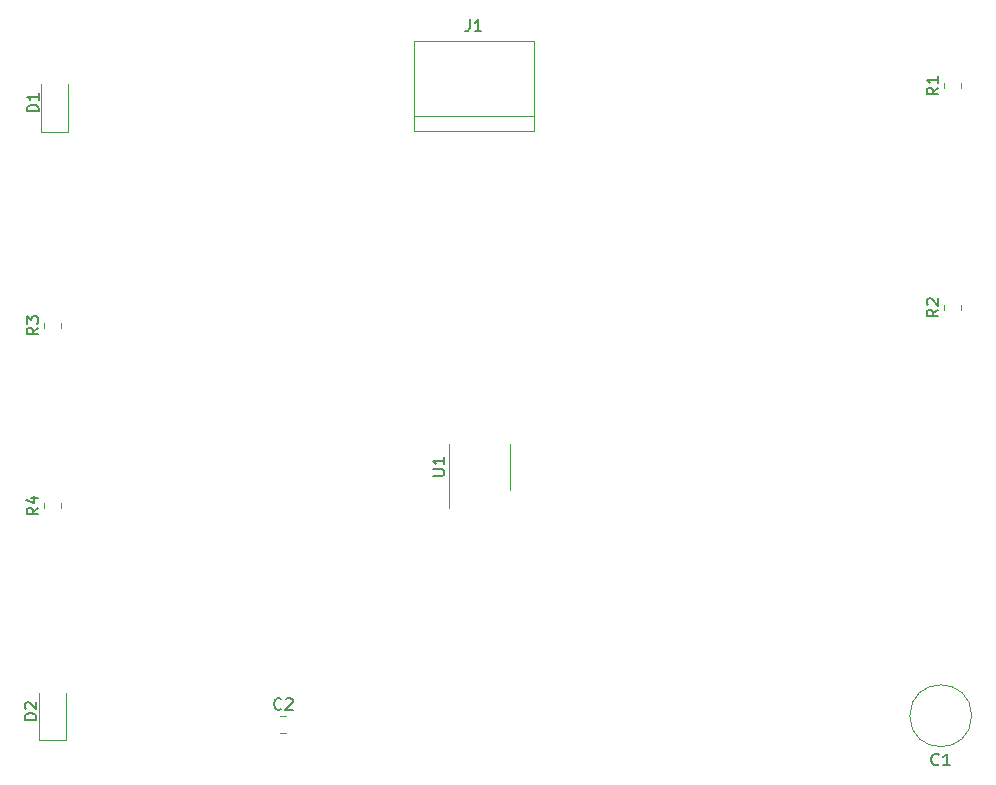
<source format=gbr>
%TF.GenerationSoftware,KiCad,Pcbnew,(6.0.10-0)*%
%TF.CreationDate,2023-02-14T13:22:42-08:00*%
%TF.ProjectId,lab4 exercise2,6c616234-2065-4786-9572-63697365322e,rev?*%
%TF.SameCoordinates,Original*%
%TF.FileFunction,Legend,Top*%
%TF.FilePolarity,Positive*%
%FSLAX46Y46*%
G04 Gerber Fmt 4.6, Leading zero omitted, Abs format (unit mm)*
G04 Created by KiCad (PCBNEW (6.0.10-0)) date 2023-02-14 13:22:42*
%MOMM*%
%LPD*%
G01*
G04 APERTURE LIST*
%ADD10C,0.150000*%
%ADD11C,0.120000*%
G04 APERTURE END LIST*
D10*
%TO.C,U1*%
X118542380Y-101611904D02*
X119351904Y-101611904D01*
X119447142Y-101564285D01*
X119494761Y-101516666D01*
X119542380Y-101421428D01*
X119542380Y-101230952D01*
X119494761Y-101135714D01*
X119447142Y-101088095D01*
X119351904Y-101040476D01*
X118542380Y-101040476D01*
X119542380Y-100040476D02*
X119542380Y-100611904D01*
X119542380Y-100326190D02*
X118542380Y-100326190D01*
X118685238Y-100421428D01*
X118780476Y-100516666D01*
X118828095Y-100611904D01*
%TO.C,J1*%
X121666666Y-62952380D02*
X121666666Y-63666666D01*
X121619047Y-63809523D01*
X121523809Y-63904761D01*
X121380952Y-63952380D01*
X121285714Y-63952380D01*
X122666666Y-63952380D02*
X122095238Y-63952380D01*
X122380952Y-63952380D02*
X122380952Y-62952380D01*
X122285714Y-63095238D01*
X122190476Y-63190476D01*
X122095238Y-63238095D01*
%TO.C,R2*%
X161362380Y-87526666D02*
X160886190Y-87860000D01*
X161362380Y-88098095D02*
X160362380Y-88098095D01*
X160362380Y-87717142D01*
X160410000Y-87621904D01*
X160457619Y-87574285D01*
X160552857Y-87526666D01*
X160695714Y-87526666D01*
X160790952Y-87574285D01*
X160838571Y-87621904D01*
X160886190Y-87717142D01*
X160886190Y-88098095D01*
X160457619Y-87145714D02*
X160410000Y-87098095D01*
X160362380Y-87002857D01*
X160362380Y-86764761D01*
X160410000Y-86669523D01*
X160457619Y-86621904D01*
X160552857Y-86574285D01*
X160648095Y-86574285D01*
X160790952Y-86621904D01*
X161362380Y-87193333D01*
X161362380Y-86574285D01*
%TO.C,R4*%
X85162380Y-104306666D02*
X84686190Y-104640000D01*
X85162380Y-104878095D02*
X84162380Y-104878095D01*
X84162380Y-104497142D01*
X84210000Y-104401904D01*
X84257619Y-104354285D01*
X84352857Y-104306666D01*
X84495714Y-104306666D01*
X84590952Y-104354285D01*
X84638571Y-104401904D01*
X84686190Y-104497142D01*
X84686190Y-104878095D01*
X84495714Y-103449523D02*
X85162380Y-103449523D01*
X84114761Y-103687619D02*
X84829047Y-103925714D01*
X84829047Y-103306666D01*
%TO.C,D2*%
X84992380Y-122288095D02*
X83992380Y-122288095D01*
X83992380Y-122050000D01*
X84040000Y-121907142D01*
X84135238Y-121811904D01*
X84230476Y-121764285D01*
X84420952Y-121716666D01*
X84563809Y-121716666D01*
X84754285Y-121764285D01*
X84849523Y-121811904D01*
X84944761Y-121907142D01*
X84992380Y-122050000D01*
X84992380Y-122288095D01*
X84087619Y-121335714D02*
X84040000Y-121288095D01*
X83992380Y-121192857D01*
X83992380Y-120954761D01*
X84040000Y-120859523D01*
X84087619Y-120811904D01*
X84182857Y-120764285D01*
X84278095Y-120764285D01*
X84420952Y-120811904D01*
X84992380Y-121383333D01*
X84992380Y-120764285D01*
%TO.C,R1*%
X161362380Y-68746666D02*
X160886190Y-69080000D01*
X161362380Y-69318095D02*
X160362380Y-69318095D01*
X160362380Y-68937142D01*
X160410000Y-68841904D01*
X160457619Y-68794285D01*
X160552857Y-68746666D01*
X160695714Y-68746666D01*
X160790952Y-68794285D01*
X160838571Y-68841904D01*
X160886190Y-68937142D01*
X160886190Y-69318095D01*
X161362380Y-67794285D02*
X161362380Y-68365714D01*
X161362380Y-68080000D02*
X160362380Y-68080000D01*
X160505238Y-68175238D01*
X160600476Y-68270476D01*
X160648095Y-68365714D01*
%TO.C,R3*%
X85162380Y-89066666D02*
X84686190Y-89400000D01*
X85162380Y-89638095D02*
X84162380Y-89638095D01*
X84162380Y-89257142D01*
X84210000Y-89161904D01*
X84257619Y-89114285D01*
X84352857Y-89066666D01*
X84495714Y-89066666D01*
X84590952Y-89114285D01*
X84638571Y-89161904D01*
X84686190Y-89257142D01*
X84686190Y-89638095D01*
X84162380Y-88733333D02*
X84162380Y-88114285D01*
X84543333Y-88447619D01*
X84543333Y-88304761D01*
X84590952Y-88209523D01*
X84638571Y-88161904D01*
X84733809Y-88114285D01*
X84971904Y-88114285D01*
X85067142Y-88161904D01*
X85114761Y-88209523D01*
X85162380Y-88304761D01*
X85162380Y-88590476D01*
X85114761Y-88685714D01*
X85067142Y-88733333D01*
%TO.C,C2*%
X105729577Y-121332142D02*
X105681958Y-121379761D01*
X105539101Y-121427380D01*
X105443863Y-121427380D01*
X105301005Y-121379761D01*
X105205767Y-121284523D01*
X105158148Y-121189285D01*
X105110529Y-120998809D01*
X105110529Y-120855952D01*
X105158148Y-120665476D01*
X105205767Y-120570238D01*
X105301005Y-120475000D01*
X105443863Y-120427380D01*
X105539101Y-120427380D01*
X105681958Y-120475000D01*
X105729577Y-120522619D01*
X106110529Y-120522619D02*
X106158148Y-120475000D01*
X106253386Y-120427380D01*
X106491482Y-120427380D01*
X106586720Y-120475000D01*
X106634339Y-120522619D01*
X106681958Y-120617857D01*
X106681958Y-120713095D01*
X106634339Y-120855952D01*
X106062910Y-121427380D01*
X106681958Y-121427380D01*
%TO.C,D1*%
X85187380Y-70743095D02*
X84187380Y-70743095D01*
X84187380Y-70505000D01*
X84235000Y-70362142D01*
X84330238Y-70266904D01*
X84425476Y-70219285D01*
X84615952Y-70171666D01*
X84758809Y-70171666D01*
X84949285Y-70219285D01*
X85044523Y-70266904D01*
X85139761Y-70362142D01*
X85187380Y-70505000D01*
X85187380Y-70743095D01*
X85187380Y-69219285D02*
X85187380Y-69790714D01*
X85187380Y-69505000D02*
X84187380Y-69505000D01*
X84330238Y-69600238D01*
X84425476Y-69695476D01*
X84473095Y-69790714D01*
%TO.C,C1*%
X161393333Y-126027142D02*
X161345714Y-126074761D01*
X161202857Y-126122380D01*
X161107619Y-126122380D01*
X160964761Y-126074761D01*
X160869523Y-125979523D01*
X160821904Y-125884285D01*
X160774285Y-125693809D01*
X160774285Y-125550952D01*
X160821904Y-125360476D01*
X160869523Y-125265238D01*
X160964761Y-125170000D01*
X161107619Y-125122380D01*
X161202857Y-125122380D01*
X161345714Y-125170000D01*
X161393333Y-125217619D01*
X162345714Y-126122380D02*
X161774285Y-126122380D01*
X162060000Y-126122380D02*
X162060000Y-125122380D01*
X161964761Y-125265238D01*
X161869523Y-125360476D01*
X161774285Y-125408095D01*
D11*
%TO.C,U1*%
X125050000Y-100850000D02*
X125050000Y-102800000D01*
X119930000Y-100850000D02*
X119930000Y-104300000D01*
X125050000Y-100850000D02*
X125050000Y-98900000D01*
X119930000Y-100850000D02*
X119930000Y-98900000D01*
%TO.C,J1*%
X127080000Y-72390000D02*
X127080000Y-64770000D01*
X116920000Y-72390000D02*
X127080000Y-72390000D01*
X127080000Y-64770000D02*
X116920000Y-64770000D01*
X127080000Y-71120000D02*
X116920000Y-71120000D01*
X116920000Y-64770000D02*
X116920000Y-72390000D01*
%TO.C,R2*%
X161825000Y-87587064D02*
X161825000Y-87132936D01*
X163295000Y-87587064D02*
X163295000Y-87132936D01*
%TO.C,R4*%
X85625000Y-104367064D02*
X85625000Y-103912936D01*
X87095000Y-104367064D02*
X87095000Y-103912936D01*
%TO.C,D2*%
X85225000Y-124010000D02*
X87495000Y-124010000D01*
X85225000Y-119950000D02*
X85225000Y-124010000D01*
X87495000Y-124010000D02*
X87495000Y-119950000D01*
%TO.C,R1*%
X163295000Y-68807064D02*
X163295000Y-68352936D01*
X161825000Y-68807064D02*
X161825000Y-68352936D01*
%TO.C,R3*%
X85625000Y-89127064D02*
X85625000Y-88672936D01*
X87095000Y-89127064D02*
X87095000Y-88672936D01*
%TO.C,C2*%
X105634992Y-123390000D02*
X106157496Y-123390000D01*
X105634992Y-121920000D02*
X106157496Y-121920000D01*
%TO.C,D1*%
X85420000Y-72465000D02*
X87690000Y-72465000D01*
X87690000Y-72465000D02*
X87690000Y-68405000D01*
X85420000Y-68405000D02*
X85420000Y-72465000D01*
%TO.C,C1*%
X164180000Y-121920000D02*
G75*
G03*
X164180000Y-121920000I-2620000J0D01*
G01*
%TD*%
M02*

</source>
